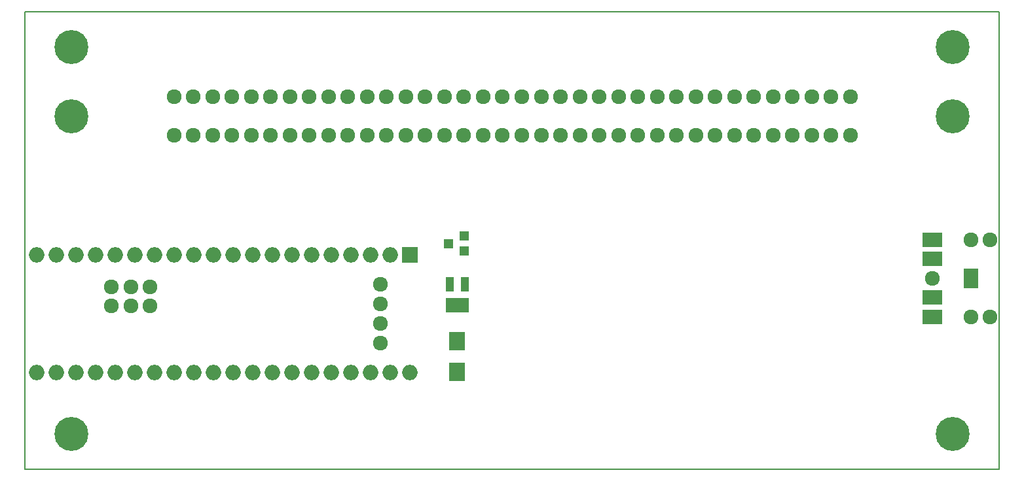
<source format=gbr>
G04 #@! TF.FileFunction,Soldermask,Top*
%FSLAX46Y46*%
G04 Gerber Fmt 4.6, Leading zero omitted, Abs format (unit mm)*
G04 Created by KiCad (PCBNEW 4.0.4-stable) date 12/28/18 13:00:29*
%MOMM*%
%LPD*%
G01*
G04 APERTURE LIST*
%ADD10C,0.100000*%
%ADD11C,0.150000*%
%ADD12C,4.400000*%
%ADD13C,1.924000*%
%ADD14R,2.000000X2.000000*%
%ADD15O,2.000000X2.000000*%
%ADD16R,1.900000X2.600000*%
%ADD17R,2.600000X1.900000*%
%ADD18R,1.300000X1.200000*%
%ADD19R,2.100000X2.400000*%
%ADD20R,1.050000X1.960000*%
G04 APERTURE END LIST*
D10*
D11*
X211500000Y-150700000D02*
X211500000Y-91500000D01*
X85500000Y-150700000D02*
X85500000Y-91500000D01*
X85500000Y-91500000D02*
X211500000Y-91500000D01*
X85500000Y-150700000D02*
X211500000Y-150700000D01*
D12*
X91501100Y-105003600D03*
D13*
X192251100Y-107503600D03*
X189751100Y-107503600D03*
X187251100Y-107503600D03*
X184751100Y-107503600D03*
X182251100Y-107503600D03*
X179751100Y-107503600D03*
X177251100Y-107503600D03*
X174751100Y-107503600D03*
X172251100Y-107503600D03*
X169751100Y-107503600D03*
X167251100Y-107503600D03*
X164751100Y-107503600D03*
X162251100Y-107503600D03*
X159751100Y-107503600D03*
X157251100Y-107503600D03*
X154751100Y-107503600D03*
X152251100Y-107503600D03*
X149751100Y-107503600D03*
X147251100Y-107503600D03*
X144751100Y-107503600D03*
X142251100Y-107503600D03*
X139751100Y-107503600D03*
X137251100Y-107503600D03*
X134751100Y-107503600D03*
X132251100Y-107503600D03*
X129751100Y-107503600D03*
X127251100Y-107503600D03*
X124751100Y-107503600D03*
X122251100Y-107503600D03*
X119751100Y-107503600D03*
X117251100Y-107503600D03*
X114751100Y-107503600D03*
X112251100Y-107503600D03*
X109751100Y-107503600D03*
X107251100Y-107503600D03*
X104751100Y-107503600D03*
X192251100Y-102503600D03*
X189751100Y-102503600D03*
X187251100Y-102503600D03*
X184751100Y-102503600D03*
X182251100Y-102503600D03*
X179751100Y-102503600D03*
X177251100Y-102503600D03*
X174751100Y-102503600D03*
X172251100Y-102503600D03*
X169751100Y-102503600D03*
X167251100Y-102503600D03*
X164751100Y-102503600D03*
X162251100Y-102503600D03*
X159751100Y-102503600D03*
X157251100Y-102503600D03*
X154751100Y-102503600D03*
X152251100Y-102503600D03*
X149751100Y-102503600D03*
X147251100Y-102503600D03*
X144751100Y-102503600D03*
X142251100Y-102503600D03*
X139751100Y-102503600D03*
X137251100Y-102503600D03*
X134751100Y-102503600D03*
X132251100Y-102503600D03*
X129751100Y-102503600D03*
X127251100Y-102503600D03*
X124751100Y-102503600D03*
X122251100Y-102503600D03*
X119751100Y-102503600D03*
X117251100Y-102503600D03*
X114751100Y-102503600D03*
X112251100Y-102503600D03*
X109751100Y-102503600D03*
X107251100Y-102503600D03*
X104751100Y-102503600D03*
D12*
X205501100Y-105003600D03*
X205500000Y-96000000D03*
X91500000Y-96000000D03*
D13*
X96700000Y-127100000D03*
X99200000Y-127100000D03*
X101700000Y-127100000D03*
D14*
X135300000Y-123000000D03*
D15*
X87040000Y-138240000D03*
X132760000Y-123000000D03*
X89580000Y-138240000D03*
X130220000Y-123000000D03*
X92120000Y-138240000D03*
X127680000Y-123000000D03*
X94660000Y-138240000D03*
X125140000Y-123000000D03*
X97200000Y-138240000D03*
X122600000Y-123000000D03*
X99740000Y-138240000D03*
X120060000Y-123000000D03*
X102280000Y-138240000D03*
X117520000Y-123000000D03*
X104820000Y-138240000D03*
X114980000Y-123000000D03*
X107360000Y-138240000D03*
X112440000Y-123000000D03*
X109900000Y-138240000D03*
X109900000Y-123000000D03*
X112440000Y-138240000D03*
X107360000Y-123000000D03*
X114980000Y-138240000D03*
X104820000Y-123000000D03*
X117520000Y-138240000D03*
X102280000Y-123000000D03*
X120060000Y-138240000D03*
X99740000Y-123000000D03*
X122600000Y-138240000D03*
X97200000Y-123000000D03*
X125140000Y-138240000D03*
X94660000Y-123000000D03*
X127680000Y-138240000D03*
X92120000Y-123000000D03*
X130220000Y-138240000D03*
X89580000Y-123000000D03*
X132760000Y-138240000D03*
X87040000Y-123000000D03*
X135300000Y-138240000D03*
D13*
X131490000Y-134430000D03*
X131490000Y-131890000D03*
X131490000Y-129350000D03*
X131490000Y-126810000D03*
X101700000Y-129600000D03*
X99200000Y-129600000D03*
X96700000Y-129600000D03*
D12*
X205500000Y-146200000D03*
D13*
X202800000Y-126000000D03*
X207800000Y-121000000D03*
X207800000Y-131000000D03*
X210300000Y-121000000D03*
X210300000Y-131000000D03*
D16*
X207800000Y-126000000D03*
D17*
X202800000Y-123500000D03*
X202800000Y-128500000D03*
X202800000Y-131000000D03*
X202800000Y-121000000D03*
D18*
X142300000Y-122450000D03*
X142300000Y-120550000D03*
X140300000Y-121500000D03*
D19*
X141400000Y-138100000D03*
X141400000Y-134100000D03*
D20*
X140450000Y-129450000D03*
X141400000Y-129450000D03*
X142350000Y-129450000D03*
X142350000Y-126750000D03*
X140450000Y-126750000D03*
D12*
X91500000Y-146200000D03*
M02*

</source>
